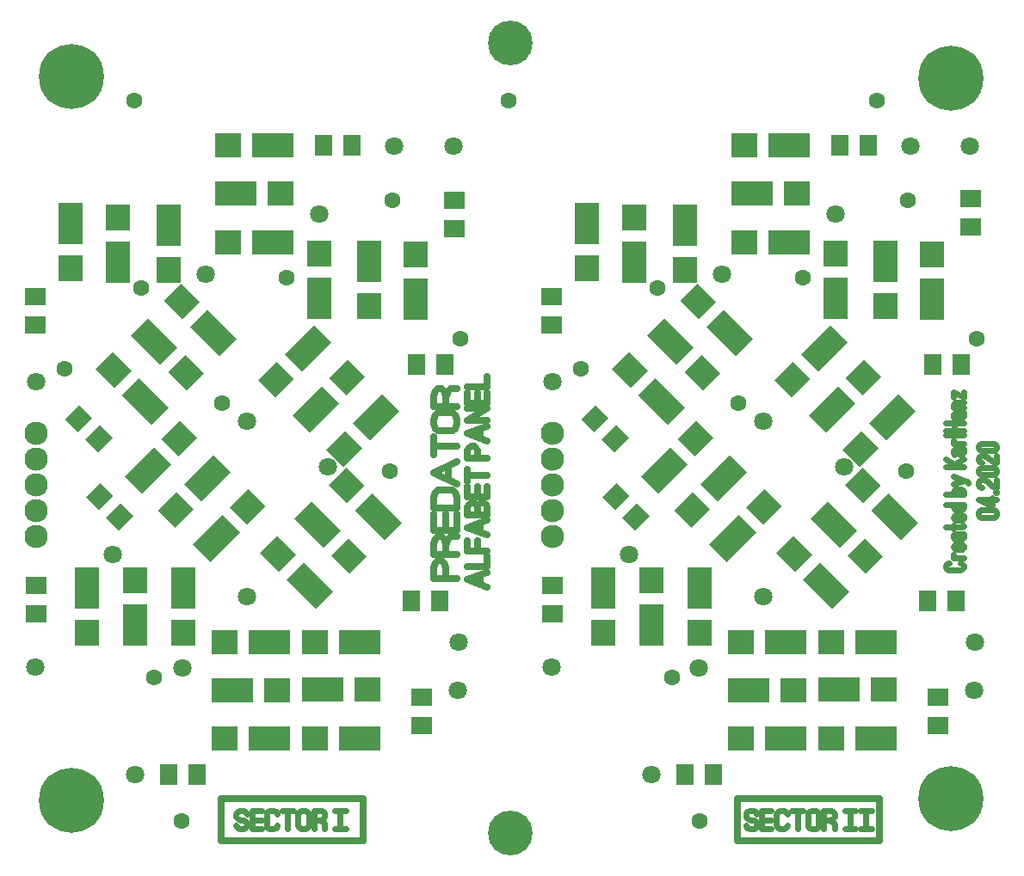
<source format=gbr>
%FSLAX34Y34*%
%MOMM*%
%LNSOLDERMASK_TOP*%
G71*
G01*
%ADD10C, 1.600*%
%ADD11C, 1.800*%
%ADD12C, 2.300*%
%ADD13C, 0.678*%
%ADD14C, 0.644*%
%ADD15C, 0.622*%
%ADD16C, 4.400*%
%ADD17C, 6.400*%
%ADD18C, 6.400*%
%ADD19R, 1.800X2.000*%
%ADD20R, 2.600X2.400*%
%ADD21R, 4.100X2.400*%
%ADD22R, 2.000X1.800*%
%ADD23R, 2.400X2.600*%
%ADD24R, 2.400X4.100*%
%ADD25C, 0.700*%
%LPD*%
X136922Y568284D02*
G54D10*
D03*
X200422Y581734D02*
G54D11*
D03*
X241159Y437272D02*
G54D11*
D03*
X312569Y641037D02*
G54D11*
D03*
X177658Y194384D02*
G54D11*
D03*
X241158Y264233D02*
G54D11*
D03*
X448327Y172159D02*
G54D11*
D03*
X33980Y476128D02*
G54D11*
D03*
X61688Y488828D02*
G54D10*
D03*
X33186Y195141D02*
G54D11*
D03*
X385594Y707712D02*
G54D11*
D03*
X450708Y518234D02*
G54D10*
D03*
X130627Y89015D02*
G54D11*
D03*
X449121Y219784D02*
G54D11*
D03*
X109386Y306266D02*
G54D11*
D03*
X444332Y707712D02*
G54D11*
D03*
X33568Y424960D02*
G54D12*
D03*
X33568Y399560D02*
G54D12*
D03*
X33568Y374160D02*
G54D12*
D03*
X33568Y348760D02*
G54D12*
D03*
X33568Y323360D02*
G54D12*
D03*
X320267Y392424D02*
G54D11*
D03*
G54D13*
X447367Y282064D02*
X425145Y282064D01*
X425145Y293176D01*
X426534Y297620D01*
X429312Y299842D01*
X432090Y299842D01*
X434867Y297620D01*
X436256Y293176D01*
X436256Y282064D01*
G54D13*
X436256Y314842D02*
X439034Y321509D01*
X441812Y323731D01*
X447367Y323731D01*
G54D13*
X447367Y305953D02*
X425145Y305953D01*
X425145Y317064D01*
X426534Y321509D01*
X429312Y323731D01*
X432090Y323731D01*
X434867Y321509D01*
X436256Y317064D01*
X436256Y305953D01*
G54D13*
X447367Y345398D02*
X447367Y329842D01*
X425145Y329842D01*
X425145Y345398D01*
G54D13*
X436256Y329842D02*
X436256Y345398D01*
G54D13*
X447367Y351509D02*
X425145Y351509D01*
X425145Y362620D01*
X426534Y367065D01*
X429312Y369287D01*
X443201Y369287D01*
X445978Y367065D01*
X447367Y362620D01*
X447367Y351509D01*
G54D13*
X447367Y375398D02*
X425145Y386510D01*
X447367Y397621D01*
G54D13*
X439034Y379843D02*
X439034Y393176D01*
G54D13*
X447367Y412620D02*
X425145Y412620D01*
G54D13*
X425145Y403731D02*
X425145Y421509D01*
G54D13*
X429312Y445398D02*
X443201Y445398D01*
X445978Y443176D01*
X447367Y438732D01*
X447367Y434287D01*
X445978Y429843D01*
X443201Y427620D01*
X429312Y427620D01*
X426534Y429843D01*
X425145Y434287D01*
X425145Y438732D01*
X426534Y443176D01*
X429312Y445398D01*
G54D13*
X436256Y460398D02*
X439034Y467065D01*
X441812Y469287D01*
X447367Y469287D01*
G54D13*
X447367Y451509D02*
X425145Y451509D01*
X425145Y462620D01*
X426534Y467065D01*
X429312Y469287D01*
X432090Y469287D01*
X434867Y467065D01*
X436256Y462620D01*
X436256Y451509D01*
G54D14*
X477640Y273759D02*
X458084Y281092D01*
X477640Y288426D01*
G54D14*
X470307Y276692D02*
X470307Y285492D01*
G54D14*
X458084Y293804D02*
X477640Y293804D01*
X477640Y304070D01*
G54D14*
X477640Y309449D02*
X458084Y309449D01*
X458084Y319716D01*
G54D14*
X467862Y309449D02*
X467862Y319716D01*
G54D14*
X477640Y325094D02*
X458084Y332427D01*
X477640Y339761D01*
G54D14*
X470307Y328027D02*
X470307Y336827D01*
G54D14*
X477640Y345139D02*
X458084Y345139D01*
X458084Y352472D01*
X459307Y355406D01*
X461751Y356872D01*
X464195Y356872D01*
X466640Y355406D01*
X467862Y352472D01*
X469084Y355406D01*
X471529Y356872D01*
X473973Y356872D01*
X476418Y355406D01*
X477640Y352472D01*
X477640Y345139D01*
G54D14*
X467862Y345139D02*
X467862Y352472D01*
G54D14*
X477640Y372517D02*
X477640Y362250D01*
X458084Y362250D01*
X458084Y372517D01*
G54D14*
X467862Y362250D02*
X467862Y372517D01*
G54D14*
X477640Y383762D02*
X458084Y383762D01*
G54D14*
X458084Y377895D02*
X458084Y389628D01*
G54D14*
X477640Y400677D02*
X458084Y400677D01*
X458084Y408010D01*
X459307Y410944D01*
X461751Y412410D01*
X464195Y412410D01*
X466640Y410944D01*
X467862Y408010D01*
X467862Y400677D01*
G54D14*
X477640Y417788D02*
X458084Y425121D01*
X477640Y432455D01*
G54D14*
X470307Y420721D02*
X470307Y429521D01*
G54D14*
X477640Y437833D02*
X458084Y437833D01*
X477640Y449566D01*
X458084Y449566D01*
G54D14*
X477640Y465211D02*
X477640Y454944D01*
X458084Y454944D01*
X458084Y465211D01*
G54D14*
X467862Y454944D02*
X467862Y465211D01*
G54D14*
X458084Y470589D02*
X477640Y470589D01*
X477640Y480856D01*
G54D15*
X732030Y39045D02*
X733364Y36822D01*
X736030Y35711D01*
X738697Y35711D01*
X741364Y36822D01*
X742697Y39045D01*
X742697Y41267D01*
X741364Y43489D01*
X738697Y44600D01*
X736030Y44600D01*
X733364Y45711D01*
X732030Y47934D01*
X732030Y50156D01*
X733364Y52378D01*
X736030Y53489D01*
X738697Y53489D01*
X741364Y52378D01*
X742697Y50156D01*
G54D15*
X756920Y35711D02*
X747586Y35711D01*
X747586Y53489D01*
X756920Y53489D01*
G54D15*
X747586Y44600D02*
X756920Y44600D01*
G54D15*
X772475Y39045D02*
X771142Y36822D01*
X768475Y35711D01*
X765808Y35711D01*
X763142Y36822D01*
X761808Y39045D01*
X761808Y50156D01*
X763142Y52378D01*
X765808Y53489D01*
X768475Y53489D01*
X771142Y52378D01*
X772475Y50156D01*
G54D15*
X782698Y35711D02*
X782698Y53489D01*
G54D15*
X777364Y53489D02*
X788031Y53489D01*
G54D15*
X803587Y50156D02*
X803587Y39045D01*
X802254Y36822D01*
X799587Y35711D01*
X796920Y35711D01*
X794254Y36822D01*
X792920Y39045D01*
X792920Y50156D01*
X794254Y52378D01*
X796920Y53489D01*
X799587Y53489D01*
X802254Y52378D01*
X803587Y50156D01*
G54D15*
X813810Y44600D02*
X817810Y42378D01*
X819143Y40156D01*
X819143Y35711D01*
G54D15*
X808476Y35711D02*
X808476Y53489D01*
X815143Y53489D01*
X817810Y52378D01*
X819143Y50156D01*
X819143Y47934D01*
X817810Y45711D01*
X815143Y44600D01*
X808476Y44600D01*
G54D15*
X829188Y35711D02*
X839855Y35711D01*
G54D15*
X834522Y35711D02*
X834522Y53489D01*
G54D15*
X829188Y53489D02*
X839855Y53489D01*
G54D15*
X844744Y35711D02*
X855411Y35711D01*
G54D15*
X850078Y35711D02*
X850078Y53489D01*
G54D15*
X844744Y53489D02*
X855411Y53489D01*
X500535Y809659D02*
G54D16*
D03*
X500534Y31784D02*
G54D16*
D03*
X68734Y63534D02*
G54D17*
D03*
X933922Y65122D02*
G54D18*
D03*
X933450Y774700D02*
G54D18*
D03*
X68263Y776288D02*
G54D17*
D03*
X316309Y708734D02*
G54D19*
D03*
X344309Y708734D02*
G54D19*
D03*
X274187Y661109D02*
G54D20*
D03*
X230124Y661109D02*
G54D21*
D03*
X222471Y708734D02*
G54D20*
D03*
G36*
X246034Y720734D02*
X287034Y720734D01*
X287034Y696734D01*
X246034Y696734D01*
X246034Y720734D01*
G37*
X222471Y613484D02*
G54D20*
D03*
G36*
X246034Y625484D02*
X287034Y625484D01*
X287034Y601484D01*
X246034Y601484D01*
X246034Y625484D01*
G37*
X407454Y493331D02*
G54D19*
D03*
X435454Y493331D02*
G54D19*
D03*
X402691Y259968D02*
G54D19*
D03*
X430691Y259968D02*
G54D19*
D03*
X413295Y165735D02*
G54D22*
D03*
X413295Y137735D02*
G54D22*
D03*
X163793Y89015D02*
G54D19*
D03*
X191793Y89015D02*
G54D19*
D03*
X33186Y559874D02*
G54D22*
D03*
X33186Y531874D02*
G54D22*
D03*
X33262Y275590D02*
G54D22*
D03*
X33262Y247590D02*
G54D22*
D03*
G36*
X94696Y406498D02*
X81968Y419226D01*
X96110Y433368D01*
X108838Y420640D01*
X94696Y406498D01*
G37*
G36*
X74897Y426297D02*
X62169Y439025D01*
X76311Y453167D01*
X89039Y440439D01*
X74897Y426297D01*
G37*
G36*
X115279Y329884D02*
X102551Y342612D01*
X116693Y356754D01*
X129421Y344026D01*
X115279Y329884D01*
G37*
G36*
X95480Y349683D02*
X82752Y362411D01*
X96894Y376553D01*
X109622Y363825D01*
X95480Y349683D01*
G37*
X67095Y587884D02*
G54D23*
D03*
X67095Y631947D02*
G54D24*
D03*
X114334Y637956D02*
G54D23*
D03*
X114334Y593893D02*
G54D24*
D03*
X163684Y586276D02*
G54D23*
D03*
X163684Y630339D02*
G54D24*
D03*
X406821Y601270D02*
G54D23*
D03*
X406821Y557207D02*
G54D24*
D03*
X312569Y601923D02*
G54D23*
D03*
X312569Y557860D02*
G54D24*
D03*
X361168Y550690D02*
G54D23*
D03*
X361168Y594753D02*
G54D24*
D03*
X130595Y280825D02*
G54D23*
D03*
X130595Y236762D02*
G54D24*
D03*
X83357Y229166D02*
G54D23*
D03*
X83357Y273229D02*
G54D24*
D03*
X178607Y229166D02*
G54D23*
D03*
X178607Y273229D02*
G54D24*
D03*
X219296Y219784D02*
G54D20*
D03*
X263359Y219784D02*
G54D21*
D03*
X219296Y124534D02*
G54D20*
D03*
X263359Y124534D02*
G54D21*
D03*
X271012Y172159D02*
G54D20*
D03*
X226949Y172159D02*
G54D21*
D03*
X308196Y219784D02*
G54D20*
D03*
X352259Y219784D02*
G54D21*
D03*
X359856Y172546D02*
G54D20*
D03*
X315793Y172546D02*
G54D21*
D03*
X308196Y124534D02*
G54D20*
D03*
X352259Y124534D02*
G54D21*
D03*
G36*
X176166Y572852D02*
X194550Y554467D01*
X177580Y537497D01*
X159195Y555882D01*
X176166Y572852D01*
G37*
G36*
X202019Y546998D02*
X231011Y518007D01*
X214040Y501036D01*
X185049Y530028D01*
X202019Y546998D01*
G37*
G36*
X108986Y505419D02*
X127371Y487034D01*
X110400Y470063D01*
X92015Y488448D01*
X108986Y505419D01*
G37*
G36*
X134840Y479565D02*
X163831Y450573D01*
X146860Y433603D01*
X117869Y462594D01*
X134840Y479565D01*
G37*
G36*
X181382Y467227D02*
X162998Y485612D01*
X179968Y502582D01*
X198353Y484197D01*
X181382Y467227D01*
G37*
G36*
X155528Y493081D02*
X126537Y522072D01*
X143508Y539043D01*
X172499Y510051D01*
X155528Y493081D01*
G37*
G36*
X338263Y391796D02*
X356648Y373411D01*
X339677Y356440D01*
X321292Y374825D01*
X338263Y391796D01*
G37*
G36*
X364117Y365942D02*
X393108Y336950D01*
X376138Y319980D01*
X347146Y348971D01*
X364117Y365942D01*
G37*
G36*
X270911Y324444D02*
X289295Y306059D01*
X272325Y289088D01*
X253940Y307473D01*
X270911Y324444D01*
G37*
G36*
X296765Y298590D02*
X325756Y269598D01*
X308785Y252628D01*
X279794Y281619D01*
X296765Y298590D01*
G37*
G36*
X342142Y286854D02*
X323757Y305239D01*
X340728Y322209D01*
X359112Y303824D01*
X342142Y286854D01*
G37*
G36*
X316288Y312708D02*
X287296Y341699D01*
X304267Y358670D01*
X333258Y329678D01*
X316288Y312708D01*
G37*
G36*
X192344Y420798D02*
X173960Y402413D01*
X156989Y419383D01*
X175374Y437768D01*
X192344Y420798D01*
G37*
G36*
X166490Y394944D02*
X137499Y365952D01*
X120528Y382923D01*
X149520Y411914D01*
X166490Y394944D01*
G37*
G36*
X259752Y353502D02*
X241368Y335117D01*
X224397Y352088D01*
X242782Y370472D01*
X259752Y353502D01*
G37*
G36*
X233898Y327648D02*
X204907Y298657D01*
X187936Y315627D01*
X216928Y344618D01*
X233898Y327648D01*
G37*
G36*
X153539Y349179D02*
X171924Y367564D01*
X188894Y350593D01*
X170509Y332208D01*
X153539Y349179D01*
G37*
G36*
X179393Y375033D02*
X208384Y404024D01*
X225355Y387054D01*
X196363Y358062D01*
X179393Y375033D01*
G37*
G36*
X357470Y480981D02*
X339086Y462597D01*
X322115Y479567D01*
X340500Y497952D01*
X357470Y480981D01*
G37*
G36*
X331616Y455127D02*
X302625Y426136D01*
X285654Y443107D01*
X314646Y472098D01*
X331616Y455127D01*
G37*
G36*
X252051Y477452D02*
X270436Y495837D01*
X287406Y478866D01*
X269022Y460482D01*
X252051Y477452D01*
G37*
G36*
X277905Y503306D02*
X306896Y532297D01*
X323867Y515327D01*
X294875Y486336D01*
X277905Y503306D01*
G37*
G36*
X319222Y409322D02*
X337607Y427707D01*
X354577Y410737D01*
X336193Y392352D01*
X319222Y409322D01*
G37*
G36*
X345076Y435176D02*
X374068Y464168D01*
X391038Y447197D01*
X362047Y418206D01*
X345076Y435176D01*
G37*
X644922Y568284D02*
G54D10*
D03*
X708422Y581734D02*
G54D11*
D03*
X749159Y437272D02*
G54D11*
D03*
X820569Y641037D02*
G54D11*
D03*
X685658Y194384D02*
G54D11*
D03*
X749158Y264233D02*
G54D11*
D03*
X956327Y172159D02*
G54D11*
D03*
X541980Y476128D02*
G54D11*
D03*
X569688Y488828D02*
G54D10*
D03*
X541186Y195141D02*
G54D11*
D03*
X893594Y707712D02*
G54D11*
D03*
X958708Y518234D02*
G54D10*
D03*
X638627Y89015D02*
G54D11*
D03*
X957121Y219784D02*
G54D11*
D03*
X617386Y306266D02*
G54D11*
D03*
X952332Y707712D02*
G54D11*
D03*
X541568Y424960D02*
G54D12*
D03*
X541568Y399560D02*
G54D12*
D03*
X541568Y374160D02*
G54D12*
D03*
X541568Y348760D02*
G54D12*
D03*
X541568Y323360D02*
G54D12*
D03*
X828267Y392424D02*
G54D11*
D03*
X824309Y708734D02*
G54D19*
D03*
X852309Y708734D02*
G54D19*
D03*
X782187Y661109D02*
G54D20*
D03*
X738124Y661109D02*
G54D21*
D03*
X730471Y708734D02*
G54D20*
D03*
G36*
X754034Y720734D02*
X795034Y720734D01*
X795034Y696734D01*
X754034Y696734D01*
X754034Y720734D01*
G37*
X730471Y613484D02*
G54D20*
D03*
G36*
X754034Y625484D02*
X795034Y625484D01*
X795034Y601484D01*
X754034Y601484D01*
X754034Y625484D01*
G37*
X915454Y493331D02*
G54D19*
D03*
X943454Y493331D02*
G54D19*
D03*
X910691Y259968D02*
G54D19*
D03*
X938691Y259968D02*
G54D19*
D03*
X671793Y89015D02*
G54D19*
D03*
X699793Y89015D02*
G54D19*
D03*
X541186Y559874D02*
G54D22*
D03*
X541186Y531874D02*
G54D22*
D03*
X541262Y275590D02*
G54D22*
D03*
X541262Y247590D02*
G54D22*
D03*
G36*
X602696Y406498D02*
X589968Y419226D01*
X604110Y433368D01*
X616838Y420640D01*
X602696Y406498D01*
G37*
G36*
X582897Y426297D02*
X570169Y439025D01*
X584311Y453167D01*
X597039Y440439D01*
X582897Y426297D01*
G37*
G36*
X623279Y329884D02*
X610551Y342612D01*
X624693Y356754D01*
X637421Y344026D01*
X623279Y329884D01*
G37*
G36*
X603480Y349683D02*
X590752Y362411D01*
X604894Y376553D01*
X617622Y363825D01*
X603480Y349683D01*
G37*
X575095Y587884D02*
G54D23*
D03*
X575095Y631947D02*
G54D24*
D03*
X622334Y637956D02*
G54D23*
D03*
X622334Y593893D02*
G54D24*
D03*
X671684Y586276D02*
G54D23*
D03*
X671684Y630339D02*
G54D24*
D03*
X914821Y601270D02*
G54D23*
D03*
X914821Y557207D02*
G54D24*
D03*
X820569Y601923D02*
G54D23*
D03*
X820569Y557860D02*
G54D24*
D03*
X869168Y550690D02*
G54D23*
D03*
X869168Y594753D02*
G54D24*
D03*
X638595Y280825D02*
G54D23*
D03*
X638595Y236762D02*
G54D24*
D03*
X591357Y229166D02*
G54D23*
D03*
X591357Y273229D02*
G54D24*
D03*
X686607Y229166D02*
G54D23*
D03*
X686607Y273229D02*
G54D24*
D03*
X727296Y219784D02*
G54D20*
D03*
X771359Y219784D02*
G54D21*
D03*
X727296Y124534D02*
G54D20*
D03*
X771359Y124534D02*
G54D21*
D03*
X779012Y172159D02*
G54D20*
D03*
X734949Y172159D02*
G54D21*
D03*
X816196Y219784D02*
G54D20*
D03*
X860259Y219784D02*
G54D21*
D03*
X867856Y172546D02*
G54D20*
D03*
X823793Y172546D02*
G54D21*
D03*
X816196Y124534D02*
G54D20*
D03*
X860259Y124534D02*
G54D21*
D03*
G36*
X684166Y572852D02*
X702550Y554467D01*
X685580Y537497D01*
X667195Y555882D01*
X684166Y572852D01*
G37*
G36*
X710019Y546998D02*
X739011Y518007D01*
X722040Y501036D01*
X693049Y530028D01*
X710019Y546998D01*
G37*
G36*
X616986Y505419D02*
X635371Y487034D01*
X618400Y470063D01*
X600015Y488448D01*
X616986Y505419D01*
G37*
G36*
X642840Y479565D02*
X671831Y450573D01*
X654861Y433603D01*
X625869Y462594D01*
X642840Y479565D01*
G37*
G36*
X689382Y467227D02*
X670998Y485612D01*
X687968Y502582D01*
X706353Y484197D01*
X689382Y467227D01*
G37*
G36*
X663528Y493081D02*
X634537Y522072D01*
X651508Y539043D01*
X680499Y510051D01*
X663528Y493081D01*
G37*
G36*
X846263Y391796D02*
X864648Y373411D01*
X847677Y356440D01*
X829292Y374825D01*
X846263Y391796D01*
G37*
G36*
X872117Y365942D02*
X901108Y336950D01*
X884138Y319980D01*
X855146Y348971D01*
X872117Y365942D01*
G37*
G36*
X778911Y324444D02*
X797295Y306059D01*
X780325Y289088D01*
X761940Y307473D01*
X778911Y324444D01*
G37*
G36*
X804764Y298590D02*
X833756Y269598D01*
X816785Y252628D01*
X787794Y281619D01*
X804764Y298590D01*
G37*
G36*
X850142Y286854D02*
X831757Y305239D01*
X848728Y322209D01*
X867112Y303824D01*
X850142Y286854D01*
G37*
G36*
X824288Y312708D02*
X795296Y341699D01*
X812267Y358670D01*
X841258Y329678D01*
X824288Y312708D01*
G37*
G36*
X700344Y420798D02*
X681960Y402413D01*
X664989Y419384D01*
X683374Y437768D01*
X700344Y420798D01*
G37*
G36*
X674490Y394944D02*
X645499Y365952D01*
X628528Y382923D01*
X657520Y411914D01*
X674490Y394944D01*
G37*
G36*
X767752Y353502D02*
X749368Y335117D01*
X732397Y352088D01*
X750782Y370472D01*
X767752Y353502D01*
G37*
G36*
X741898Y327648D02*
X712907Y298656D01*
X695936Y315627D01*
X724928Y344618D01*
X741898Y327648D01*
G37*
G36*
X661539Y349179D02*
X679924Y367564D01*
X696894Y350593D01*
X678509Y332208D01*
X661539Y349179D01*
G37*
G36*
X687393Y375033D02*
X716384Y404024D01*
X733355Y387054D01*
X704363Y358062D01*
X687393Y375033D01*
G37*
G36*
X865470Y480981D02*
X847086Y462597D01*
X830115Y479567D01*
X848500Y497952D01*
X865470Y480981D01*
G37*
G36*
X839616Y455127D02*
X810625Y426136D01*
X793654Y443107D01*
X822646Y472098D01*
X839616Y455127D01*
G37*
G36*
X760051Y477452D02*
X778436Y495837D01*
X795406Y478866D01*
X777021Y460482D01*
X760051Y477452D01*
G37*
G36*
X785905Y503306D02*
X814896Y532297D01*
X831867Y515327D01*
X802876Y486335D01*
X785905Y503306D01*
G37*
G36*
X827222Y409322D02*
X845607Y427707D01*
X862578Y410736D01*
X844193Y392352D01*
X827222Y409322D01*
G37*
G36*
X853076Y435176D02*
X882068Y464168D01*
X899038Y447197D01*
X870047Y418206D01*
X853076Y435176D01*
G37*
G54D15*
X942718Y297479D02*
X944940Y296590D01*
X946051Y294812D01*
X946051Y293035D01*
X944940Y291257D01*
X942718Y290368D01*
X931607Y290368D01*
X929385Y291257D01*
X928274Y293035D01*
X928274Y294812D01*
X929385Y296590D01*
X931607Y297479D01*
G54D15*
X946051Y302368D02*
X936051Y302368D01*
G54D15*
X938274Y302368D02*
X936051Y304146D01*
X936051Y305924D01*
G54D15*
X944940Y316146D02*
X946051Y314724D01*
X946051Y312946D01*
X944940Y311169D01*
X942718Y310813D01*
X938940Y310813D01*
X936718Y311702D01*
X936051Y313480D01*
X936718Y315257D01*
X938274Y316146D01*
X940496Y316146D01*
X940496Y310813D01*
G54D15*
X937162Y321035D02*
X936051Y322813D01*
X936051Y324946D01*
X938274Y326368D01*
X946051Y326368D01*
G54D15*
X942718Y326368D02*
X940496Y325479D01*
X940051Y323702D01*
X940496Y321924D01*
X942718Y321035D01*
X944940Y321391D01*
X946051Y322813D01*
X946051Y323702D01*
X946051Y324057D01*
X944940Y325479D01*
X942718Y326368D01*
G54D15*
X928274Y333035D02*
X944940Y333035D01*
X946051Y333924D01*
X945607Y334813D01*
G54D15*
X936051Y331257D02*
X936051Y334813D01*
G54D15*
X944940Y345035D02*
X946051Y343613D01*
X946051Y341835D01*
X944940Y340058D01*
X942718Y339702D01*
X938940Y339702D01*
X936718Y340591D01*
X936051Y342369D01*
X936718Y344146D01*
X938274Y345035D01*
X940496Y345035D01*
X940496Y339702D01*
G54D15*
X946051Y355257D02*
X928274Y355257D01*
G54D15*
X938940Y355257D02*
X936718Y354368D01*
X936051Y352591D01*
X936718Y350813D01*
X938940Y349924D01*
X943385Y349924D01*
X945607Y350813D01*
X946051Y352591D01*
X945607Y354368D01*
X943385Y355257D01*
G54D15*
X946051Y365213D02*
X928274Y365213D01*
G54D15*
X938940Y365213D02*
X936718Y366102D01*
X936051Y367880D01*
X936718Y369657D01*
X938940Y370546D01*
X943385Y370546D01*
X945607Y369657D01*
X946051Y367880D01*
X945607Y366102D01*
X943385Y365213D01*
G54D15*
X936051Y375435D02*
X946051Y378991D01*
X936051Y382546D01*
G54D15*
X946051Y378991D02*
X949385Y378102D01*
X950496Y377213D01*
X950496Y376324D01*
G54D15*
X946051Y392502D02*
X928274Y392502D01*
G54D15*
X940496Y392502D02*
X928274Y399613D01*
G54D15*
X937162Y395169D02*
X946051Y399613D01*
G54D15*
X937162Y404502D02*
X936051Y406280D01*
X936051Y408413D01*
X938274Y409835D01*
X946051Y409835D01*
G54D15*
X942718Y409835D02*
X940496Y408946D01*
X940051Y407169D01*
X940496Y405391D01*
X942718Y404502D01*
X944940Y404858D01*
X946051Y406280D01*
X946051Y407169D01*
X946051Y407524D01*
X944940Y408946D01*
X942718Y409835D01*
G54D15*
X946051Y414724D02*
X936051Y414724D01*
G54D15*
X938274Y414724D02*
X936051Y416502D01*
X936051Y418280D01*
G54D15*
X946051Y423169D02*
X928274Y423169D01*
G54D15*
X946051Y428058D02*
X928274Y428058D01*
G54D15*
X946051Y435169D02*
X928274Y435169D01*
G54D15*
X937162Y428058D02*
X937162Y435169D01*
G54D15*
X937162Y440058D02*
X936051Y441836D01*
X936051Y443969D01*
X938274Y445391D01*
X946051Y445391D01*
G54D15*
X942718Y445391D02*
X940496Y444502D01*
X940051Y442725D01*
X940496Y440947D01*
X942718Y440058D01*
X944940Y440414D01*
X946051Y441836D01*
X946051Y442725D01*
X946051Y443080D01*
X944940Y444502D01*
X942718Y445391D01*
G54D15*
X946051Y450280D02*
X936051Y450280D01*
G54D15*
X938274Y450280D02*
X936718Y451169D01*
X936051Y452947D01*
X936718Y454724D01*
X938274Y455613D01*
X946051Y455613D01*
G54D15*
X936051Y460502D02*
X936051Y465835D01*
X946051Y460502D01*
X946051Y465835D01*
G54D15*
X963914Y349724D02*
X975025Y349724D01*
X977247Y348835D01*
X978358Y347057D01*
X978358Y345279D01*
X977247Y343501D01*
X975025Y342612D01*
X963914Y342612D01*
X961692Y343501D01*
X960580Y345279D01*
X960580Y347057D01*
X961692Y348835D01*
X963914Y349724D01*
G54D15*
X978358Y359946D02*
X960580Y359946D01*
X971692Y354612D01*
X973914Y354612D01*
X973914Y361724D01*
G54D15*
X978358Y367324D02*
X978358Y366612D01*
X977469Y366612D01*
X977469Y367324D01*
X978358Y367324D01*
X978358Y366612D01*
G54D15*
X978358Y379324D02*
X978358Y372212D01*
X977247Y372212D01*
X975025Y373101D01*
X968358Y378435D01*
X966136Y379324D01*
X963914Y379324D01*
X961692Y378435D01*
X960580Y376657D01*
X960580Y374879D01*
X961692Y373101D01*
X963914Y372212D01*
G54D15*
X963914Y391324D02*
X975025Y391324D01*
X977247Y390435D01*
X978358Y388657D01*
X978358Y386879D01*
X977247Y385101D01*
X975025Y384212D01*
X963914Y384212D01*
X961692Y385101D01*
X960580Y386879D01*
X960580Y388657D01*
X961692Y390435D01*
X963914Y391324D01*
G54D15*
X978358Y403324D02*
X978358Y396212D01*
X977247Y396212D01*
X975025Y397101D01*
X968358Y402435D01*
X966136Y403324D01*
X963914Y403324D01*
X961692Y402435D01*
X960580Y400657D01*
X960580Y398879D01*
X961692Y397101D01*
X963914Y396212D01*
G54D15*
X963914Y415324D02*
X975025Y415324D01*
X977247Y414435D01*
X978358Y412657D01*
X978358Y410879D01*
X977247Y409101D01*
X975025Y408212D01*
X963914Y408212D01*
X961692Y409101D01*
X960580Y410879D01*
X960580Y412657D01*
X961692Y414435D01*
X963914Y415324D01*
X444972Y654551D02*
G54D22*
D03*
X444972Y626551D02*
G54D22*
D03*
X952972Y656138D02*
G54D22*
D03*
X952972Y628138D02*
G54D22*
D03*
G54D25*
X723900Y65088D02*
X863600Y65088D01*
X863600Y23812D01*
X723900Y23812D01*
X723900Y65088D01*
G54D15*
X230380Y39045D02*
X231714Y36822D01*
X234380Y35711D01*
X237047Y35711D01*
X239714Y36822D01*
X241047Y39045D01*
X241047Y41267D01*
X239714Y43489D01*
X237047Y44600D01*
X234380Y44600D01*
X231714Y45711D01*
X230380Y47934D01*
X230380Y50156D01*
X231714Y52378D01*
X234380Y53489D01*
X237047Y53489D01*
X239714Y52378D01*
X241047Y50156D01*
G54D15*
X255270Y35711D02*
X245936Y35711D01*
X245936Y53489D01*
X255270Y53489D01*
G54D15*
X245936Y44600D02*
X255270Y44600D01*
G54D15*
X270825Y39045D02*
X269492Y36822D01*
X266825Y35711D01*
X264158Y35711D01*
X261492Y36822D01*
X260158Y39045D01*
X260158Y50156D01*
X261492Y52378D01*
X264158Y53489D01*
X266825Y53489D01*
X269492Y52378D01*
X270825Y50156D01*
G54D15*
X281048Y35711D02*
X281048Y53489D01*
G54D15*
X275714Y53489D02*
X286381Y53489D01*
G54D15*
X301937Y50156D02*
X301937Y39045D01*
X300604Y36822D01*
X297937Y35711D01*
X295270Y35711D01*
X292604Y36822D01*
X291270Y39045D01*
X291270Y50156D01*
X292604Y52378D01*
X295270Y53489D01*
X297937Y53489D01*
X300604Y52378D01*
X301937Y50156D01*
G54D15*
X312160Y44600D02*
X316160Y42378D01*
X317493Y40156D01*
X317493Y35711D01*
G54D15*
X306826Y35711D02*
X306826Y53489D01*
X313493Y53489D01*
X316160Y52378D01*
X317493Y50156D01*
X317493Y47934D01*
X316160Y45711D01*
X313493Y44600D01*
X306826Y44600D01*
G54D15*
X327538Y35711D02*
X338205Y35711D01*
G54D15*
X332872Y35711D02*
X332872Y53489D01*
G54D15*
X327538Y53489D02*
X338205Y53489D01*
G54D25*
X215900Y65088D02*
X355600Y65088D01*
X355600Y23812D01*
X215900Y23812D01*
X215900Y65088D01*
X498872Y753184D02*
G54D10*
D03*
X130572Y753184D02*
G54D10*
D03*
X860822Y753184D02*
G54D10*
D03*
X921295Y165735D02*
G54D22*
D03*
X921295Y137735D02*
G54D22*
D03*
X216296Y454734D02*
G54D10*
D03*
X279798Y578559D02*
G54D10*
D03*
X787798Y578559D02*
G54D10*
D03*
X724298Y454734D02*
G54D10*
D03*
X889397Y388059D02*
G54D10*
D03*
X384572Y654759D02*
G54D10*
D03*
X890984Y654759D02*
G54D10*
D03*
X381397Y388059D02*
G54D10*
D03*
X149622Y184859D02*
G54D10*
D03*
X659210Y184859D02*
G54D10*
D03*
X176610Y43572D02*
G54D10*
D03*
X686197Y43572D02*
G54D10*
D03*
M02*

</source>
